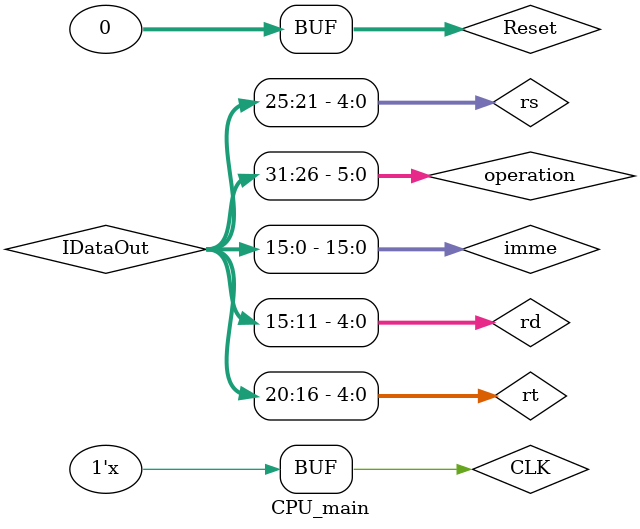
<source format=v>
`timescale 1ns / 1ps
module CPU_main(
    );
	 //CU sign
	 wire ExtSel;
	 wire PCWre;
	 wire InsMemRW;
	 wire RegOut;
	 wire RegWre;
	 wire [2:0] ALUOp;
	 wire PCSrc;
	 wire ALUSrcB;
	 wire ALUM2Reg;
	 wire DataMemRW;
	 
	 //PC sign
	 reg CLK;
	 reg [31:0] Reset;
	 wire [31:0] PCOut;
	 
	 //InsMem sign
	 wire [31:0] IDataOut;
	 wire [5:0] operation;
	 wire [4:0] rs, rt, rd;
	 wire [15:0] imme;
	 
	 //selete WriteReg
	 wire [4:0] WriteReg;
	 
	 //selete B
	 wire [31:0] B;
	 
	 //selete WriteData
	 wire [31:0] WriteData;
	 
	 //selete PCnext
	 wire [31:0] PCnext;
	 
	 //Add_first
	 wire [31:0] Add_result1;
	 
	 //Add_second
	 wire [31:0] Add_result2;
	 
	 //shift
	 wire [31:0] shiftResult;
	 
	 //RegisterFile
	 wire [31:0] ReadData1;
	 wire [31:0] ReadData2;
	 
	 //extend
	 wire [31:0] extendResult;
	 
	 //ALU
	 wire [31:0] ALUresult;
	 wire zero;
	 
	 //DataMem
	 wire [31:0] DataOut;
	 
	 initial begin
	      Reset = 0;
			CLK = 0;
	 end
	 
	 always #500
	     CLK = ~CLK;
		  
	 PC pc(PCOut, PCWre, PCnext, CLK, Reset);
	 InstructionMemory instru(IDataOut, InsMemRW, PCOut);
	 
	 assign operation = IDataOut[31:26];
	 assign rs = IDataOut[25:21];
	 assign rt = IDataOut[20:16];
	 assign rd = IDataOut[15:11];
	 assign imme = IDataOut[15:0];
	 
	 CU cu(operation, zero, PCWre, ALUSrcB, ALUM2Reg, RegWre, InsMemRW, 
     DataMemRW, ExtSel, PCSrc, RegOut, ALUOp);
	  
	 DataSelect5 seleteWriteReg(WriteReg, RegOut, rt, rd);
	 RegisterFile regFile(ReadData1, ReadData2, RegWre, CLK,
                    rs, rt, WriteReg, WriteData);
						  
	 Extend extend(extendResult, imme, ExtSel);
	 Shift shift(shiftResult, extendResult);
	 Add add1(Add_result1, 4, PCOut);
	 Add add2(Add_result2, Add_result1, shiftResult);
	 DataSelect seletePCnext(PCnext, PCSrc, Add_result1, Add_result2);
	 
	 DataSelect seleteB(B, ALUSrcB, ReadData2, extendResult);
	 ALU alu(zero, ALUresult, ReadData1, B, ALUOp);
	 
	 DataMemory datamem(DataOut, DataMemRW, ALUresult, ReadData2, CLK);
	 DataSelect seleteWriteData(WriteData, ALUM2Reg, ALUresult, DataOut);



endmodule

</source>
